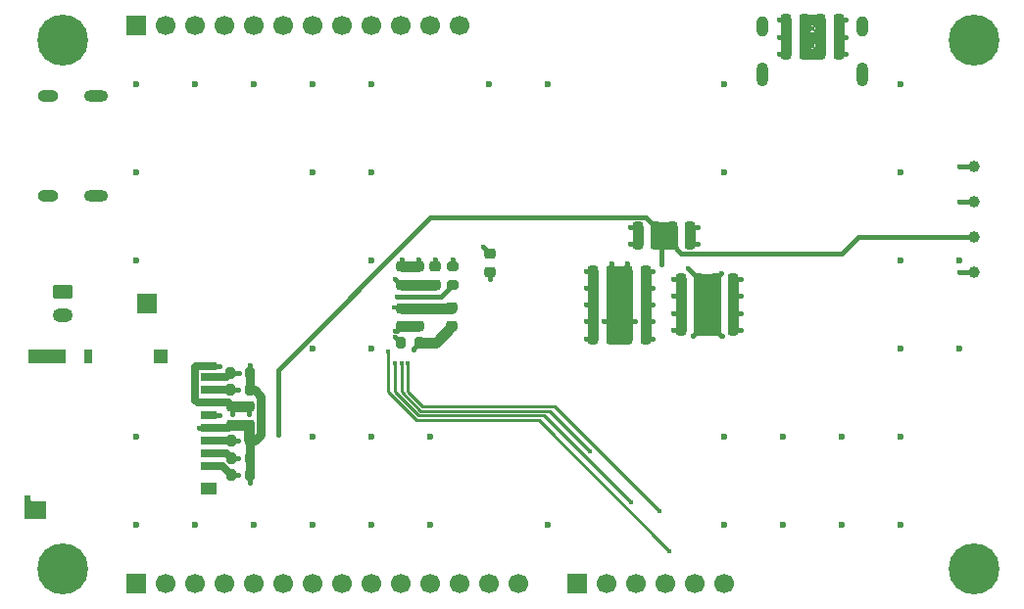
<source format=gbr>
%TF.GenerationSoftware,KiCad,Pcbnew,9.0.3*%
%TF.CreationDate,2025-11-22T17:05:10-05:00*%
%TF.ProjectId,SeedSBC_rev2_0,53656564-5342-4435-9f72-6576325f302e,rev?*%
%TF.SameCoordinates,Original*%
%TF.FileFunction,Copper,L8,Bot*%
%TF.FilePolarity,Positive*%
%FSLAX46Y46*%
G04 Gerber Fmt 4.6, Leading zero omitted, Abs format (unit mm)*
G04 Created by KiCad (PCBNEW 9.0.3) date 2025-11-22 17:05:10*
%MOMM*%
%LPD*%
G01*
G04 APERTURE LIST*
G04 Aperture macros list*
%AMRoundRect*
0 Rectangle with rounded corners*
0 $1 Rounding radius*
0 $2 $3 $4 $5 $6 $7 $8 $9 X,Y pos of 4 corners*
0 Add a 4 corners polygon primitive as box body*
4,1,4,$2,$3,$4,$5,$6,$7,$8,$9,$2,$3,0*
0 Add four circle primitives for the rounded corners*
1,1,$1+$1,$2,$3*
1,1,$1+$1,$4,$5*
1,1,$1+$1,$6,$7*
1,1,$1+$1,$8,$9*
0 Add four rect primitives between the rounded corners*
20,1,$1+$1,$2,$3,$4,$5,0*
20,1,$1+$1,$4,$5,$6,$7,0*
20,1,$1+$1,$6,$7,$8,$9,0*
20,1,$1+$1,$8,$9,$2,$3,0*%
%AMRotRect*
0 Rectangle, with rotation*
0 The origin of the aperture is its center*
0 $1 length*
0 $2 width*
0 $3 Rotation angle, in degrees counterclockwise*
0 Add horizontal line*
21,1,$1,$2,0,0,$3*%
G04 Aperture macros list end*
%TA.AperFunction,ComponentPad*%
%ADD10C,0.700000*%
%TD*%
%TA.AperFunction,ComponentPad*%
%ADD11C,4.400000*%
%TD*%
%TA.AperFunction,HeatsinkPad*%
%ADD12O,2.100000X1.000000*%
%TD*%
%TA.AperFunction,HeatsinkPad*%
%ADD13O,1.800000X1.000000*%
%TD*%
%TA.AperFunction,HeatsinkPad*%
%ADD14O,1.000000X2.100000*%
%TD*%
%TA.AperFunction,HeatsinkPad*%
%ADD15O,1.000000X1.800000*%
%TD*%
%TA.AperFunction,ComponentPad*%
%ADD16R,1.700000X1.700000*%
%TD*%
%TA.AperFunction,ComponentPad*%
%ADD17C,1.700000*%
%TD*%
%TA.AperFunction,ComponentPad*%
%ADD18RoundRect,0.250000X-0.625000X0.350000X-0.625000X-0.350000X0.625000X-0.350000X0.625000X0.350000X0*%
%TD*%
%TA.AperFunction,ComponentPad*%
%ADD19O,1.750000X1.200000*%
%TD*%
%TA.AperFunction,HeatsinkPad*%
%ADD20C,0.500000*%
%TD*%
%TA.AperFunction,HeatsinkPad*%
%ADD21R,1.680000X1.680000*%
%TD*%
%TA.AperFunction,SMDPad,CuDef*%
%ADD22RoundRect,0.225000X0.225000X0.250000X-0.225000X0.250000X-0.225000X-0.250000X0.225000X-0.250000X0*%
%TD*%
%TA.AperFunction,SMDPad,CuDef*%
%ADD23RoundRect,0.225000X-0.225000X-0.250000X0.225000X-0.250000X0.225000X0.250000X-0.225000X0.250000X0*%
%TD*%
%TA.AperFunction,SMDPad,CuDef*%
%ADD24C,1.000000*%
%TD*%
%TA.AperFunction,SMDPad,CuDef*%
%ADD25RoundRect,0.200000X0.200000X0.275000X-0.200000X0.275000X-0.200000X-0.275000X0.200000X-0.275000X0*%
%TD*%
%TA.AperFunction,SMDPad,CuDef*%
%ADD26RoundRect,0.225000X-0.250000X0.225000X-0.250000X-0.225000X0.250000X-0.225000X0.250000X0.225000X0*%
%TD*%
%TA.AperFunction,SMDPad,CuDef*%
%ADD27RoundRect,0.218750X0.256250X-0.218750X0.256250X0.218750X-0.256250X0.218750X-0.256250X-0.218750X0*%
%TD*%
%TA.AperFunction,SMDPad,CuDef*%
%ADD28RoundRect,0.225000X0.250000X-0.225000X0.250000X0.225000X-0.250000X0.225000X-0.250000X-0.225000X0*%
%TD*%
%TA.AperFunction,SMDPad,CuDef*%
%ADD29R,1.400000X0.700000*%
%TD*%
%TA.AperFunction,SMDPad,CuDef*%
%ADD30R,1.200000X0.700000*%
%TD*%
%TA.AperFunction,SMDPad,CuDef*%
%ADD31R,0.800000X1.200000*%
%TD*%
%TA.AperFunction,SMDPad,CuDef*%
%ADD32R,1.900000X1.500000*%
%TD*%
%TA.AperFunction,SMDPad,CuDef*%
%ADD33RotRect,0.200000X0.200000X45.000000*%
%TD*%
%TA.AperFunction,SMDPad,CuDef*%
%ADD34R,0.500000X0.500000*%
%TD*%
%TA.AperFunction,SMDPad,CuDef*%
%ADD35R,1.400000X1.000000*%
%TD*%
%TA.AperFunction,SMDPad,CuDef*%
%ADD36R,3.200000X1.200000*%
%TD*%
%TA.AperFunction,SMDPad,CuDef*%
%ADD37R,1.200000X1.200000*%
%TD*%
%TA.AperFunction,SMDPad,CuDef*%
%ADD38RoundRect,0.200000X-0.275000X0.200000X-0.275000X-0.200000X0.275000X-0.200000X0.275000X0.200000X0*%
%TD*%
%TA.AperFunction,SMDPad,CuDef*%
%ADD39RoundRect,0.218750X-0.256250X0.218750X-0.256250X-0.218750X0.256250X-0.218750X0.256250X0.218750X0*%
%TD*%
%TA.AperFunction,ViaPad*%
%ADD40C,0.400000*%
%TD*%
%TA.AperFunction,ViaPad*%
%ADD41C,0.600000*%
%TD*%
%TA.AperFunction,Conductor*%
%ADD42C,0.889000*%
%TD*%
%TA.AperFunction,Conductor*%
%ADD43C,0.381000*%
%TD*%
%TA.AperFunction,Conductor*%
%ADD44C,0.762000*%
%TD*%
%TA.AperFunction,Conductor*%
%ADD45C,0.635000*%
%TD*%
%TA.AperFunction,Conductor*%
%ADD46C,0.200000*%
%TD*%
%TA.AperFunction,Conductor*%
%ADD47C,0.254000*%
%TD*%
G04 APERTURE END LIST*
D10*
%TO.P,H1,1,1*%
%TO.N,GND*%
X103760000Y-77470000D03*
X104243274Y-76303274D03*
X104243274Y-78636726D03*
X105410000Y-75820000D03*
D11*
X105410000Y-77470000D03*
D10*
X105410000Y-79120000D03*
X106576726Y-76303274D03*
X106576726Y-78636726D03*
X107060000Y-77470000D03*
%TD*%
D12*
%TO.P,J6,S1,SHIELD*%
%TO.N,Net-(J6-SHIELD)*%
X108320000Y-82296000D03*
D13*
X104140000Y-82296000D03*
D12*
X108320000Y-90936000D03*
D13*
X104140000Y-90936000D03*
%TD*%
D10*
%TO.P,H2,1,1*%
%TO.N,GND*%
X182500000Y-77470000D03*
X182983274Y-76303274D03*
X182983274Y-78636726D03*
X184150000Y-75820000D03*
D11*
X184150000Y-77470000D03*
D10*
X184150000Y-79120000D03*
X185316726Y-76303274D03*
X185316726Y-78636726D03*
X185800000Y-77470000D03*
%TD*%
D14*
%TO.P,J7,S1,SHIELD*%
%TO.N,GND*%
X174500000Y-80445000D03*
D15*
X174500000Y-76265000D03*
D14*
X165860000Y-80445000D03*
D15*
X165860000Y-76265000D03*
%TD*%
D10*
%TO.P,H3,1,1*%
%TO.N,GND*%
X182500000Y-123190000D03*
X182983274Y-122023274D03*
X182983274Y-124356726D03*
X184150000Y-121540000D03*
D11*
X184150000Y-123190000D03*
D10*
X184150000Y-124840000D03*
X185316726Y-122023274D03*
X185316726Y-124356726D03*
X185800000Y-123190000D03*
%TD*%
D16*
%TO.P,J1,1,Pin_1*%
%TO.N,USB_VBUS*%
X111760000Y-76200000D03*
D17*
%TO.P,J1,2,Pin_2*%
%TO.N,EN*%
X114300000Y-76200000D03*
%TO.P,J1,3,Pin_3*%
%TO.N,USB_VBUS2*%
X116840000Y-76200000D03*
%TO.P,J1,4,Pin_4*%
%TO.N,/FPGA + SRAM/IO_T8*%
X119380000Y-76200000D03*
%TO.P,J1,5,Pin_5*%
%TO.N,/FPGA + SRAM/IO_T7*%
X121920000Y-76200000D03*
%TO.P,J1,6,Pin_6*%
%TO.N,/FPGA + SRAM/IO_T6*%
X124460000Y-76200000D03*
%TO.P,J1,7,Pin_7*%
%TO.N,/FPGA + SRAM/IO_T5*%
X127000000Y-76200000D03*
%TO.P,J1,8,Pin_8*%
%TO.N,/FPGA + SRAM/IO_T4*%
X129540000Y-76200000D03*
%TO.P,J1,9,Pin_9*%
%TO.N,/FPGA + SRAM/IO_T3*%
X132080000Y-76200000D03*
%TO.P,J1,10,Pin_10*%
%TO.N,/FPGA + SRAM/IO_T2*%
X134620000Y-76200000D03*
%TO.P,J1,11,Pin_11*%
%TO.N,/FPGA + SRAM/IO_T1*%
X137160000Y-76200000D03*
%TO.P,J1,12,Pin_12*%
%TO.N,GND*%
X139700000Y-76200000D03*
%TD*%
D10*
%TO.P,H4,1,1*%
%TO.N,GND*%
X103760000Y-123190000D03*
X104243274Y-122023274D03*
X104243274Y-124356726D03*
X105410000Y-121540000D03*
D11*
X105410000Y-123190000D03*
D10*
X105410000Y-124840000D03*
X106576726Y-122023274D03*
X106576726Y-124356726D03*
X107060000Y-123190000D03*
%TD*%
D16*
%TO.P,J4,1,Pin_1*%
%TO.N,/FPGA + SRAM/FPGA/SPI_CNFG_CS*%
X149860000Y-124460000D03*
D17*
%TO.P,J4,2,Pin_2*%
%TO.N,/FPGA + SRAM/FPGA/SPI_CNFG_DO*%
X152400000Y-124460000D03*
%TO.P,J4,3,Pin_3*%
%TO.N,/FPGA + SRAM/FPGA/SPI_CNFG_DI*%
X154940000Y-124460000D03*
%TO.P,J4,4,Pin_4*%
%TO.N,/FPGA + SRAM/FPGA/SPI_CNFG_SCK*%
X157480000Y-124460000D03*
%TO.P,J4,5,Pin_5*%
%TO.N,P3V3*%
X160020000Y-124460000D03*
%TO.P,J4,6,Pin_6*%
%TO.N,GND*%
X162560000Y-124460000D03*
%TD*%
D18*
%TO.P,J3,1,Pin_1*%
%TO.N,V_BAT*%
X105390000Y-99250000D03*
D19*
%TO.P,J3,2,Pin_2*%
%TO.N,GND*%
X105390000Y-101250000D03*
%TD*%
D20*
%TO.P,U9,17,VSS*%
%TO.N,GND*%
X112080000Y-99670000D03*
X112080000Y-100850000D03*
D21*
X112670000Y-100260000D03*
D20*
X113260000Y-99670000D03*
X113260000Y-100850000D03*
%TD*%
D16*
%TO.P,J8,1,Pin_1*%
%TO.N,V_BAT*%
X111760000Y-124460000D03*
D17*
%TO.P,J8,2,Pin_2*%
%TO.N,P3V3*%
X114300000Y-124460000D03*
%TO.P,J8,3,Pin_3*%
%TO.N,GND*%
X116840000Y-124460000D03*
%TO.P,J8,4,Pin_4*%
%TO.N,/FPGA + SRAM/IO_B10*%
X119380000Y-124460000D03*
%TO.P,J8,5,Pin_5*%
%TO.N,/FPGA + SRAM/IO_B9*%
X121920000Y-124460000D03*
%TO.P,J8,6,Pin_6*%
%TO.N,/FPGA + SRAM/IO_B8*%
X124460000Y-124460000D03*
%TO.P,J8,7,Pin_7*%
%TO.N,/FPGA + SRAM/IO_B7*%
X127000000Y-124460000D03*
%TO.P,J8,8,Pin_8*%
%TO.N,/FPGA + SRAM/IO_B6*%
X129540000Y-124460000D03*
%TO.P,J8,9,Pin_9*%
%TO.N,/FPGA + SRAM/IO_B5*%
X132080000Y-124460000D03*
%TO.P,J8,10,Pin_10*%
%TO.N,/FPGA + SRAM/IO_B4*%
X134620000Y-124460000D03*
%TO.P,J8,11,Pin_11*%
%TO.N,/FPGA + SRAM/IO_B3*%
X137160000Y-124460000D03*
%TO.P,J8,12,Pin_12*%
%TO.N,/FPGA + SRAM/IO_B2*%
X139700000Y-124460000D03*
%TO.P,J8,13,Pin_13*%
%TO.N,/FPGA + SRAM/IO_B1*%
X142240000Y-124460000D03*
%TO.P,J8,14,Pin_14*%
%TO.N,GND*%
X144780000Y-124460000D03*
%TD*%
D22*
%TO.P,C27,1*%
%TO.N,P2V5*%
X156625000Y-93620000D03*
%TO.P,C27,2*%
%TO.N,GND*%
X155075000Y-93620000D03*
%TD*%
D23*
%TO.P,C18,1*%
%TO.N,P1V2*%
X154195000Y-103250000D03*
%TO.P,C18,2*%
%TO.N,GND*%
X155745000Y-103250000D03*
%TD*%
%TO.P,C52,1*%
%TO.N,P3V3*%
X161775000Y-102505000D03*
%TO.P,C52,2*%
%TO.N,GND*%
X163325000Y-102505000D03*
%TD*%
D22*
%TO.P,C49,1*%
%TO.N,P3V3*%
X160365000Y-98115000D03*
%TO.P,C49,2*%
%TO.N,GND*%
X158815000Y-98115000D03*
%TD*%
D24*
%TO.P,TP2V5,1,1*%
%TO.N,P2V5*%
X184150000Y-94490000D03*
%TD*%
D22*
%TO.P,C50,1*%
%TO.N,P3V3*%
X160365000Y-99575000D03*
%TO.P,C50,2*%
%TO.N,GND*%
X158815000Y-99575000D03*
%TD*%
D25*
%TO.P,R20,1*%
%TO.N,P3V3*%
X136220000Y-103600000D03*
%TO.P,R20,2*%
%TO.N,Net-(U8-~{RESET})*%
X134570000Y-103600000D03*
%TD*%
D22*
%TO.P,C32,1*%
%TO.N,USB_VBUS2*%
X172425000Y-78650000D03*
%TO.P,C32,2*%
%TO.N,GND*%
X170875000Y-78650000D03*
%TD*%
%TO.P,C21,1*%
%TO.N,P1V2*%
X152785000Y-101790000D03*
%TO.P,C21,2*%
%TO.N,GND*%
X151235000Y-101790000D03*
%TD*%
D23*
%TO.P,C31,1*%
%TO.N,USB_VBUS2*%
X167915000Y-78650000D03*
%TO.P,C31,2*%
%TO.N,GND*%
X169465000Y-78650000D03*
%TD*%
D22*
%TO.P,C51,1*%
%TO.N,P3V3*%
X160365000Y-101035000D03*
%TO.P,C51,2*%
%TO.N,GND*%
X158815000Y-101035000D03*
%TD*%
D26*
%TO.P,C59,1*%
%TO.N,Net-(U8-VPLL)*%
X136130000Y-100620000D03*
%TO.P,C59,2*%
%TO.N,GND*%
X136130000Y-102170000D03*
%TD*%
D27*
%TO.P,L8,1,1*%
%TO.N,P3V3*%
X139050000Y-102170000D03*
%TO.P,L8,2,2*%
%TO.N,Net-(U8-VPLL)*%
X139050000Y-100595000D03*
%TD*%
D22*
%TO.P,C20,1*%
%TO.N,P1V2*%
X152785000Y-100330000D03*
%TO.P,C20,2*%
%TO.N,GND*%
X151235000Y-100330000D03*
%TD*%
%TO.P,C28,1*%
%TO.N,P2V5*%
X156625000Y-95080000D03*
%TO.P,C28,2*%
%TO.N,GND*%
X155075000Y-95080000D03*
%TD*%
D25*
%TO.P,R3,1*%
%TO.N,P3V3*%
X121580000Y-115040000D03*
%TO.P,R3,2*%
%TO.N,/FPGA + SRAM/SD_DAT2*%
X119930000Y-115040000D03*
%TD*%
D23*
%TO.P,C26,1*%
%TO.N,P1V2*%
X154195000Y-98870000D03*
%TO.P,C26,2*%
%TO.N,GND*%
X155745000Y-98870000D03*
%TD*%
%TO.P,C24,1*%
%TO.N,P1V2*%
X154195000Y-101790000D03*
%TO.P,C24,2*%
%TO.N,GND*%
X155745000Y-101790000D03*
%TD*%
D24*
%TO.P,TP1V2,1,1*%
%TO.N,P1V2*%
X184150000Y-97540000D03*
%TD*%
%TO.P,TP5V0,1,1*%
%TO.N,USB_VBUS2*%
X184150000Y-88390000D03*
%TD*%
D28*
%TO.P,C57,1*%
%TO.N,Net-(U8-VPHY)*%
X134670000Y-98600000D03*
%TO.P,C57,2*%
%TO.N,GND*%
X134670000Y-97050000D03*
%TD*%
D22*
%TO.P,C11,1*%
%TO.N,P3V3*%
X160365000Y-102495000D03*
%TO.P,C11,2*%
%TO.N,GND*%
X158815000Y-102495000D03*
%TD*%
D29*
%TO.P,J2,1,DAT2*%
%TO.N,/FPGA + SRAM/SD_DAT2*%
X118040000Y-114310000D03*
%TO.P,J2,2,DAT3/CD*%
%TO.N,/FPGA + SRAM/SD_DAT3*%
X118040000Y-113210000D03*
%TO.P,J2,3,CMD*%
%TO.N,/SD MMC/SD_CMD*%
X118040000Y-112110000D03*
%TO.P,J2,4,VDD*%
%TO.N,P3V3*%
X118040000Y-111010000D03*
%TO.P,J2,5,CLK*%
%TO.N,/FPGA + SRAM/SD_CLK*%
X118040000Y-109910000D03*
%TO.P,J2,6,VSS*%
%TO.N,GND*%
X118040000Y-108810000D03*
%TO.P,J2,7,DAT0*%
%TO.N,/FPGA + SRAM/SD_DAT0*%
X118040000Y-107710000D03*
%TO.P,J2,8,DAT1*%
%TO.N,/FPGA + SRAM/SD_DAT1*%
X118040000Y-106610000D03*
D30*
%TO.P,J2,9,SHIELD*%
%TO.N,GND*%
X118140000Y-105660000D03*
D31*
%TO.P,J2,10*%
%TO.N,N/C*%
X107640000Y-104810000D03*
D32*
%TO.P,J2,11*%
X103040000Y-118110000D03*
D33*
X102590000Y-117360000D03*
D34*
X102340000Y-117110000D03*
D35*
X118040000Y-116210000D03*
D36*
X104040000Y-104810000D03*
D37*
X113840000Y-104810000D03*
%TD*%
D25*
%TO.P,R47,1*%
%TO.N,P3V3*%
X121580000Y-112120000D03*
%TO.P,R47,2*%
%TO.N,/SD MMC/SD_CMD*%
X119930000Y-112120000D03*
%TD*%
D28*
%TO.P,C1,1*%
%TO.N,P3V3*%
X120020000Y-110690000D03*
%TO.P,C1,2*%
%TO.N,GND*%
X120020000Y-109140000D03*
%TD*%
D22*
%TO.P,C19,1*%
%TO.N,P1V2*%
X152785000Y-98870000D03*
%TO.P,C19,2*%
%TO.N,GND*%
X151235000Y-98870000D03*
%TD*%
%TO.P,C22,1*%
%TO.N,P1V2*%
X152785000Y-103250000D03*
%TO.P,C22,2*%
%TO.N,GND*%
X151235000Y-103250000D03*
%TD*%
D23*
%TO.P,C25,1*%
%TO.N,P1V2*%
X154195000Y-100330000D03*
%TO.P,C25,2*%
%TO.N,GND*%
X155745000Y-100330000D03*
%TD*%
D22*
%TO.P,C62,1*%
%TO.N,USB_VBUS2*%
X172425000Y-75710000D03*
%TO.P,C62,2*%
%TO.N,GND*%
X170875000Y-75710000D03*
%TD*%
D26*
%TO.P,C44,1*%
%TO.N,/USB/1.8V*%
X142330000Y-95930000D03*
%TO.P,C44,2*%
%TO.N,GND*%
X142330000Y-97480000D03*
%TD*%
D22*
%TO.P,C17,1*%
%TO.N,P1V2*%
X152785000Y-97410000D03*
%TO.P,C17,2*%
%TO.N,GND*%
X151235000Y-97410000D03*
%TD*%
D38*
%TO.P,R19,1*%
%TO.N,GND*%
X139070000Y-97000000D03*
%TO.P,R19,2*%
%TO.N,Net-(U8-REF)*%
X139070000Y-98650000D03*
%TD*%
D25*
%TO.P,R45,1*%
%TO.N,P3V3*%
X121560000Y-106240000D03*
%TO.P,R45,2*%
%TO.N,/FPGA + SRAM/SD_DAT1*%
X119910000Y-106240000D03*
%TD*%
D23*
%TO.P,C29,1*%
%TO.N,P2V5*%
X158035000Y-95080000D03*
%TO.P,C29,2*%
%TO.N,GND*%
X159585000Y-95080000D03*
%TD*%
%TO.P,C63,1*%
%TO.N,USB_VBUS2*%
X167915000Y-75710000D03*
%TO.P,C63,2*%
%TO.N,GND*%
X169465000Y-75710000D03*
%TD*%
D25*
%TO.P,R46,1*%
%TO.N,P3V3*%
X121560000Y-107700000D03*
%TO.P,R46,2*%
%TO.N,/FPGA + SRAM/SD_DAT0*%
X119910000Y-107700000D03*
%TD*%
D24*
%TO.P,TP3V3,1,1*%
%TO.N,P3V3*%
X184150000Y-91440000D03*
%TD*%
D23*
%TO.P,C30,1*%
%TO.N,P2V5*%
X158035000Y-93620000D03*
%TO.P,C30,2*%
%TO.N,GND*%
X159585000Y-93620000D03*
%TD*%
D26*
%TO.P,C58,1*%
%TO.N,Net-(U8-VPLL)*%
X134670000Y-100620000D03*
%TO.P,C58,2*%
%TO.N,GND*%
X134670000Y-102170000D03*
%TD*%
D28*
%TO.P,C2,1*%
%TO.N,P3V3*%
X121490000Y-110690000D03*
%TO.P,C2,2*%
%TO.N,GND*%
X121490000Y-109140000D03*
%TD*%
D23*
%TO.P,C53,1*%
%TO.N,P3V3*%
X161775000Y-101035000D03*
%TO.P,C53,2*%
%TO.N,GND*%
X163325000Y-101035000D03*
%TD*%
D39*
%TO.P,L7,1,1*%
%TO.N,P3V3*%
X137610000Y-97032500D03*
%TO.P,L7,2,2*%
%TO.N,Net-(U8-VPHY)*%
X137610000Y-98607500D03*
%TD*%
D23*
%TO.P,C12,1*%
%TO.N,P3V3*%
X161775000Y-98115000D03*
%TO.P,C12,2*%
%TO.N,GND*%
X163325000Y-98115000D03*
%TD*%
D25*
%TO.P,R2,1*%
%TO.N,P3V3*%
X121580000Y-113580000D03*
%TO.P,R2,2*%
%TO.N,/FPGA + SRAM/SD_DAT3*%
X119930000Y-113580000D03*
%TD*%
D28*
%TO.P,C46,1*%
%TO.N,Net-(U8-VPHY)*%
X136140000Y-98600000D03*
%TO.P,C46,2*%
%TO.N,GND*%
X136140000Y-97050000D03*
%TD*%
D23*
%TO.P,C54,1*%
%TO.N,P3V3*%
X161775000Y-99575000D03*
%TO.P,C54,2*%
%TO.N,GND*%
X163325000Y-99575000D03*
%TD*%
%TO.P,C48,1*%
%TO.N,USB_VBUS2*%
X167915000Y-77180000D03*
%TO.P,C48,2*%
%TO.N,GND*%
X169465000Y-77180000D03*
%TD*%
%TO.P,C23,1*%
%TO.N,P1V2*%
X154195000Y-97410000D03*
%TO.P,C23,2*%
%TO.N,GND*%
X155745000Y-97410000D03*
%TD*%
D22*
%TO.P,C47,1*%
%TO.N,USB_VBUS2*%
X172425000Y-77180000D03*
%TO.P,C47,2*%
%TO.N,GND*%
X170875000Y-77180000D03*
%TD*%
D40*
%TO.N,P3V3*%
X135730000Y-104170000D03*
X121580000Y-115720000D03*
X121560000Y-105560000D03*
X162310000Y-97570000D03*
X137610000Y-96390000D03*
X162355521Y-103054479D03*
X182910000Y-91440000D03*
X159829479Y-103030521D03*
X159425000Y-97175000D03*
X117130000Y-111010000D03*
D41*
%TO.N,GND*%
X132080000Y-96520000D03*
X111760000Y-96520000D03*
X137160000Y-119380000D03*
D40*
X134084395Y-102580000D03*
D41*
X147320000Y-119380000D03*
X116840000Y-119380000D03*
X182880000Y-96520000D03*
X162535248Y-88854186D03*
X127000000Y-111760000D03*
X127000000Y-88900000D03*
X132080000Y-104140000D03*
X132080000Y-119380000D03*
X162560000Y-119380000D03*
X111760000Y-88900000D03*
X116840000Y-81280000D03*
X172720000Y-111760000D03*
X137160000Y-111760000D03*
X177800000Y-104140000D03*
X167640000Y-119380000D03*
X127000000Y-81280000D03*
X121920000Y-81280000D03*
X162560000Y-81280000D03*
X121920000Y-119380000D03*
X162560000Y-111760000D03*
X177800000Y-111760000D03*
X172720000Y-119380000D03*
X111760000Y-81280000D03*
X111760000Y-111760000D03*
X182880000Y-104140000D03*
X111760000Y-119380000D03*
X132080000Y-111760000D03*
X142194186Y-81295008D03*
X127000000Y-104140000D03*
X127000000Y-119380000D03*
X132080000Y-81280000D03*
X167640000Y-111760000D03*
X177800000Y-88900000D03*
X177800000Y-119380000D03*
X132080000Y-88900000D03*
X177800000Y-96520000D03*
X177800000Y-81280000D03*
X147320000Y-81280000D03*
D40*
X120020000Y-109810000D03*
X170170000Y-77920000D03*
X136140000Y-96390000D03*
X170170000Y-76440000D03*
X150580000Y-98870000D03*
X150580000Y-101790000D03*
X118950000Y-105660000D03*
X150580000Y-103250000D03*
X156400000Y-97410000D03*
X160240000Y-95080000D03*
X158160000Y-102500000D03*
X158160000Y-98120000D03*
X160240000Y-93620000D03*
X154410000Y-93620000D03*
X139070000Y-96390000D03*
X134670000Y-96390000D03*
X150580000Y-97410000D03*
X154410000Y-95080000D03*
X150580000Y-100330000D03*
X158160000Y-101040000D03*
X156400000Y-103250000D03*
X163980000Y-101040000D03*
X156400000Y-98870000D03*
X163980000Y-98120000D03*
X163980000Y-102500000D03*
X156400000Y-101790000D03*
X142330000Y-98140000D03*
X156400000Y-100330000D03*
X121490000Y-109800000D03*
X163980000Y-99580000D03*
X158160000Y-99580000D03*
%TO.N,P1V2*%
X152780000Y-96730000D03*
X182910000Y-97540000D03*
X154200000Y-96730000D03*
X154850000Y-101790000D03*
X152130000Y-101790000D03*
%TO.N,P2V5*%
X124018497Y-111545078D03*
X157100000Y-96800000D03*
%TO.N,USB_VBUS2*%
X167260000Y-78650000D03*
X167260000Y-75710000D03*
X173080000Y-75710000D03*
X167260000Y-77180000D03*
X173080000Y-78650000D03*
X182910000Y-88390000D03*
X173080000Y-77180000D03*
%TO.N,/USB/1.8V*%
X141720000Y-95280000D03*
%TO.N,Net-(U8-VPHY)*%
X134110000Y-98080000D03*
%TO.N,Net-(U8-VPLL)*%
X134050000Y-100590000D03*
%TO.N,/FPGA + SRAM/SD_CLK*%
X118960000Y-109910000D03*
%TO.N,/FPGA + SRAM/SD_DAT0*%
X120530000Y-107700000D03*
%TO.N,/FPGA + SRAM/SD_DAT3*%
X120540000Y-113580000D03*
%TO.N,/SD MMC/SD_CMD*%
X120540000Y-112120000D03*
%TO.N,/FPGA + SRAM/SD_DAT2*%
X120540000Y-115040000D03*
%TO.N,/FPGA + SRAM/SD_DAT1*%
X120670000Y-106240000D03*
%TO.N,/FPGA + SRAM/FPGA/SPI_CNFG_DO*%
X150970000Y-113020000D03*
X134670133Y-105392219D03*
%TO.N,/FPGA + SRAM/FPGA/SPI_CNFG_DI*%
X134120137Y-105389567D03*
X154490000Y-117390000D03*
%TO.N,/FPGA + SRAM/FPGA/SPI_CNFG_SCK*%
X157840000Y-121610000D03*
X133520000Y-104410000D03*
%TO.N,/FPGA + SRAM/SPI_CNFG_CS_B*%
X156950000Y-118150000D03*
X135220135Y-105391775D03*
%TO.N,Net-(U8-REF)*%
X134300000Y-99610000D03*
%TO.N,Net-(U8-~{RESET})*%
X134070000Y-103130000D03*
%TD*%
D42*
%TO.N,P3V3*%
X161775000Y-101035000D02*
X161775000Y-102505000D01*
X161765000Y-102495000D02*
X161775000Y-102505000D01*
D43*
X162310000Y-97580000D02*
X161775000Y-98115000D01*
D42*
X137590000Y-103600000D02*
X137620000Y-103600000D01*
X160365000Y-101095000D02*
X161775000Y-102505000D01*
X160365000Y-98115000D02*
X160365000Y-99575000D01*
D43*
X121560000Y-105560000D02*
X121560000Y-106240000D01*
X182910000Y-91440000D02*
X184150000Y-91440000D01*
X159425000Y-97175000D02*
X160365000Y-98115000D01*
D42*
X160365000Y-98165000D02*
X161775000Y-99575000D01*
X137620000Y-103600000D02*
X139050000Y-102170000D01*
D44*
X122497000Y-108237000D02*
X122497000Y-111603000D01*
D43*
X162355521Y-103054479D02*
X162324479Y-103054479D01*
D42*
X160365000Y-102495000D02*
X161765000Y-102495000D01*
D44*
X121560000Y-106240000D02*
X121560000Y-107700000D01*
D43*
X137610000Y-96390000D02*
X137610000Y-97032500D01*
D45*
X118060000Y-111010000D02*
X119700000Y-111010000D01*
D43*
X121580000Y-115720000D02*
X121580000Y-115040000D01*
D42*
X160365000Y-99625000D02*
X160365000Y-99575000D01*
D44*
X121980000Y-112120000D02*
X121580000Y-112120000D01*
D42*
X160365000Y-101035000D02*
X160365000Y-101095000D01*
D44*
X121580000Y-112120000D02*
X121580000Y-113580000D01*
D42*
X121490000Y-110690000D02*
X121490000Y-112030000D01*
D45*
X119700000Y-111010000D02*
X120020000Y-110690000D01*
D42*
X121490000Y-112030000D02*
X121580000Y-112120000D01*
X136220000Y-103600000D02*
X137590000Y-103600000D01*
X161775000Y-99575000D02*
X161775000Y-101035000D01*
X160365000Y-101035000D02*
X160365000Y-102495000D01*
D44*
X122497000Y-111603000D02*
X121980000Y-112120000D01*
D42*
X161775000Y-101035000D02*
X160365000Y-99625000D01*
X160365000Y-101035000D02*
X161775000Y-101035000D01*
X160365000Y-98115000D02*
X160365000Y-98165000D01*
D43*
X159829479Y-103030521D02*
X160365000Y-102495000D01*
D44*
X121580000Y-113580000D02*
X121580000Y-115040000D01*
D43*
X162324479Y-103054479D02*
X161775000Y-102505000D01*
X162310000Y-97570000D02*
X162310000Y-97580000D01*
D46*
X135990000Y-103830000D02*
X136220000Y-103600000D01*
D42*
X160365000Y-99575000D02*
X160365000Y-101035000D01*
X160365000Y-98115000D02*
X161775000Y-98115000D01*
D43*
X135730000Y-104170000D02*
X135730000Y-104090000D01*
D44*
X121960000Y-107700000D02*
X122497000Y-108237000D01*
D42*
X161775000Y-98115000D02*
X161775000Y-99575000D01*
D43*
X135730000Y-104090000D02*
X136220000Y-103600000D01*
D42*
X120020000Y-110690000D02*
X121490000Y-110690000D01*
D44*
X121560000Y-107700000D02*
X121960000Y-107700000D01*
D43*
X117130000Y-111010000D02*
X118040000Y-111010000D01*
D42*
X160365000Y-99575000D02*
X161775000Y-99575000D01*
D43*
%TO.N,GND*%
X156400000Y-100330000D02*
X155745000Y-100330000D01*
D42*
X163325000Y-101035000D02*
X163325000Y-102505000D01*
D46*
X170170000Y-77920000D02*
X170170000Y-77945000D01*
X170170000Y-76440000D02*
X170170000Y-76475000D01*
D42*
X159585000Y-93620000D02*
X159585000Y-95080000D01*
D46*
X170170000Y-77885000D02*
X170875000Y-77180000D01*
D42*
X151235000Y-100330000D02*
X151235000Y-101790000D01*
D43*
X158810000Y-99580000D02*
X158815000Y-99575000D01*
D45*
X117073000Y-108810000D02*
X116841500Y-108578500D01*
D46*
X170170000Y-76415000D02*
X169465000Y-75710000D01*
X170170000Y-76440000D02*
X170170000Y-76415000D01*
D43*
X163980000Y-101040000D02*
X163330000Y-101040000D01*
D42*
X134670000Y-102170000D02*
X136130000Y-102170000D01*
D43*
X150580000Y-103250000D02*
X151235000Y-103250000D01*
X160240000Y-95080000D02*
X159585000Y-95080000D01*
D42*
X155745000Y-101790000D02*
X155745000Y-103250000D01*
X169465000Y-77180000D02*
X170875000Y-77180000D01*
D45*
X116841500Y-105741500D02*
X116923000Y-105660000D01*
D43*
X158160000Y-101040000D02*
X158810000Y-101040000D01*
X163980000Y-102500000D02*
X163330000Y-102500000D01*
D45*
X116841500Y-108578500D02*
X116841500Y-105741500D01*
D43*
X150580000Y-101790000D02*
X151235000Y-101790000D01*
D42*
X169465000Y-75710000D02*
X170875000Y-75710000D01*
D43*
X158810000Y-102500000D02*
X158815000Y-102495000D01*
X163330000Y-102500000D02*
X163325000Y-102505000D01*
X163330000Y-98120000D02*
X163325000Y-98115000D01*
D46*
X170170000Y-76415000D02*
X170875000Y-75710000D01*
D42*
X163325000Y-99575000D02*
X163325000Y-101035000D01*
D43*
X156400000Y-98870000D02*
X155745000Y-98870000D01*
X120020000Y-109810000D02*
X120020000Y-109140000D01*
D42*
X151235000Y-98870000D02*
X151235000Y-100330000D01*
X151235000Y-97410000D02*
X151235000Y-98870000D01*
D43*
X163980000Y-98120000D02*
X163330000Y-98120000D01*
D46*
X170170000Y-77885000D02*
X169465000Y-77180000D01*
D42*
X169465000Y-78650000D02*
X169465000Y-77180000D01*
X151235000Y-101790000D02*
X151235000Y-103250000D01*
X134670000Y-97050000D02*
X134740000Y-97050000D01*
D45*
X116923000Y-105660000D02*
X118160000Y-105660000D01*
D46*
X170170000Y-77945000D02*
X169465000Y-78650000D01*
D42*
X155745000Y-97410000D02*
X155745000Y-98870000D01*
D43*
X158810000Y-98120000D02*
X158815000Y-98115000D01*
D42*
X169465000Y-77180000D02*
X169465000Y-75710000D01*
D43*
X139070000Y-96390000D02*
X139070000Y-97000000D01*
D42*
X163325000Y-98115000D02*
X163325000Y-99575000D01*
X169465000Y-78650000D02*
X170875000Y-78650000D01*
D45*
X119690000Y-108810000D02*
X120020000Y-109140000D01*
D42*
X155745000Y-101790000D02*
X155745000Y-101840000D01*
D43*
X142330000Y-98140000D02*
X142330000Y-97480000D01*
X154410000Y-93620000D02*
X155075000Y-93620000D01*
D42*
X155745000Y-100330000D02*
X155745000Y-101790000D01*
D43*
X150580000Y-97410000D02*
X151235000Y-97410000D01*
X134084395Y-102580000D02*
X134260000Y-102580000D01*
X163330000Y-101040000D02*
X163325000Y-101035000D01*
X160240000Y-93620000D02*
X159585000Y-93620000D01*
X154410000Y-95080000D02*
X155075000Y-95080000D01*
X163330000Y-99580000D02*
X163325000Y-99575000D01*
X134260000Y-102580000D02*
X134670000Y-102170000D01*
D42*
X120020000Y-109140000D02*
X121490000Y-109140000D01*
D43*
X136140000Y-96390000D02*
X136140000Y-97050000D01*
D42*
X158815000Y-99575000D02*
X158815000Y-102495000D01*
D45*
X118060000Y-108810000D02*
X119690000Y-108810000D01*
D43*
X158160000Y-102500000D02*
X158810000Y-102500000D01*
X156400000Y-97410000D02*
X155745000Y-97410000D01*
X150580000Y-98870000D02*
X151235000Y-98870000D01*
D42*
X155745000Y-98870000D02*
X155745000Y-100330000D01*
D46*
X170170000Y-76475000D02*
X169465000Y-77180000D01*
D43*
X163980000Y-99580000D02*
X163330000Y-99580000D01*
X134670000Y-96390000D02*
X134670000Y-97050000D01*
D42*
X158815000Y-98115000D02*
X158815000Y-99575000D01*
D43*
X156400000Y-101790000D02*
X155745000Y-101790000D01*
X156400000Y-103250000D02*
X155745000Y-103250000D01*
D42*
X170875000Y-75710000D02*
X170875000Y-77180000D01*
X170875000Y-77180000D02*
X170875000Y-78650000D01*
D43*
X118140000Y-105660000D02*
X118950000Y-105660000D01*
D42*
X155075000Y-93620000D02*
X155075000Y-95080000D01*
D45*
X118060000Y-108810000D02*
X117073000Y-108810000D01*
D46*
X170170000Y-77945000D02*
X170875000Y-78650000D01*
D43*
X158160000Y-98120000D02*
X158810000Y-98120000D01*
X158810000Y-101040000D02*
X158815000Y-101035000D01*
D42*
X134740000Y-97050000D02*
X136140000Y-97050000D01*
D43*
X121490000Y-109800000D02*
X121490000Y-109140000D01*
X158160000Y-99580000D02*
X158810000Y-99580000D01*
D46*
X170170000Y-76475000D02*
X170875000Y-77180000D01*
X170170000Y-77920000D02*
X170170000Y-77885000D01*
D43*
X150580000Y-100330000D02*
X151235000Y-100330000D01*
D42*
%TO.N,P1V2*%
X152785000Y-101790000D02*
X152785000Y-101840000D01*
X152785000Y-97410000D02*
X154195000Y-97410000D01*
X152785000Y-101790000D02*
X152785000Y-100330000D01*
D43*
X154200000Y-96730000D02*
X154200000Y-97405000D01*
D42*
X152785000Y-98920000D02*
X154195000Y-100330000D01*
X152785000Y-103250000D02*
X154195000Y-103250000D01*
X154195000Y-98870000D02*
X154195000Y-98880000D01*
X152785000Y-100380000D02*
X154195000Y-101790000D01*
X154195000Y-100330000D02*
X154195000Y-100380000D01*
X154195000Y-97410000D02*
X154195000Y-98870000D01*
X152785000Y-101790000D02*
X154195000Y-101790000D01*
X152785000Y-98870000D02*
X154195000Y-98870000D01*
X152785000Y-103250000D02*
X152785000Y-101790000D01*
D43*
X154850000Y-101790000D02*
X154195000Y-101790000D01*
D42*
X152785000Y-100330000D02*
X152785000Y-100380000D01*
X152785000Y-100330000D02*
X152785000Y-98870000D01*
D43*
X152785000Y-96735000D02*
X152780000Y-96730000D01*
D42*
X152785000Y-101840000D02*
X154195000Y-103250000D01*
X154195000Y-101790000D02*
X154195000Y-103250000D01*
X152785000Y-97460000D02*
X154195000Y-98870000D01*
X152785000Y-98870000D02*
X152785000Y-97410000D01*
X154195000Y-98880000D02*
X154195000Y-100330000D01*
D43*
X152130000Y-101790000D02*
X152785000Y-101790000D01*
X154200000Y-97405000D02*
X154195000Y-97410000D01*
D42*
X152785000Y-97410000D02*
X152785000Y-97460000D01*
D43*
X152785000Y-97410000D02*
X152785000Y-96735000D01*
D42*
X152785000Y-100330000D02*
X154195000Y-100330000D01*
D43*
X182910000Y-97540000D02*
X184150000Y-97540000D01*
D42*
X154195000Y-100380000D02*
X154195000Y-101790000D01*
X152785000Y-98870000D02*
X152785000Y-98920000D01*
D43*
%TO.N,P2V5*%
X137171500Y-92803500D02*
X155808500Y-92803500D01*
X124020000Y-111543575D02*
X124020000Y-105955000D01*
D42*
X157100000Y-95080000D02*
X156625000Y-95080000D01*
X156625000Y-93620000D02*
X158035000Y-93620000D01*
D43*
X155808500Y-92803500D02*
X156625000Y-93620000D01*
D42*
X158035000Y-93620000D02*
X158035000Y-95080000D01*
D43*
X158855000Y-95900000D02*
X158035000Y-95080000D01*
D42*
X158035000Y-95080000D02*
X157100000Y-95080000D01*
D43*
X172720000Y-95900000D02*
X158855000Y-95900000D01*
D42*
X156625000Y-95080000D02*
X156625000Y-93620000D01*
X156625000Y-93620000D02*
X156625000Y-93670000D01*
D43*
X124018497Y-111545078D02*
X124020000Y-111543575D01*
D42*
X156625000Y-93670000D02*
X158035000Y-95080000D01*
D43*
X174130000Y-94490000D02*
X184150000Y-94490000D01*
X172720000Y-95900000D02*
X174130000Y-94490000D01*
X157100000Y-96800000D02*
X157100000Y-95080000D01*
X124020000Y-105955000D02*
X137171500Y-92803500D01*
%TO.N,USB_VBUS2*%
X182910000Y-88390000D02*
X184150000Y-88390000D01*
X167260000Y-77180000D02*
X167915000Y-77180000D01*
D42*
X172425000Y-75710000D02*
X172425000Y-77180000D01*
X167915000Y-77180000D02*
X167915000Y-75710000D01*
D43*
X167260000Y-78650000D02*
X167915000Y-78650000D01*
X173080000Y-75710000D02*
X172425000Y-75710000D01*
D42*
X172425000Y-77180000D02*
X172425000Y-78650000D01*
D43*
X173080000Y-77180000D02*
X172425000Y-77180000D01*
X167260000Y-75710000D02*
X167915000Y-75710000D01*
D42*
X167915000Y-78650000D02*
X167915000Y-77180000D01*
D43*
X173080000Y-78650000D02*
X172425000Y-78650000D01*
%TO.N,/USB/1.8V*%
X141720000Y-95320000D02*
X142330000Y-95930000D01*
X141720000Y-95280000D02*
X141720000Y-95320000D01*
D42*
%TO.N,Net-(U8-VPHY)*%
X136140000Y-98600000D02*
X137602500Y-98600000D01*
D43*
X134670000Y-98600000D02*
X134630000Y-98600000D01*
D42*
X137602500Y-98600000D02*
X137610000Y-98607500D01*
X134670000Y-98600000D02*
X136140000Y-98600000D01*
D43*
X134630000Y-98600000D02*
X134110000Y-98080000D01*
D42*
%TO.N,Net-(U8-VPLL)*%
X134670000Y-100620000D02*
X136130000Y-100620000D01*
X136130000Y-100620000D02*
X139025000Y-100620000D01*
X139025000Y-100620000D02*
X139050000Y-100595000D01*
D43*
%TO.N,/FPGA + SRAM/SD_CLK*%
X118960000Y-109910000D02*
X118040000Y-109910000D01*
D45*
%TO.N,/FPGA + SRAM/SD_DAT0*%
X119900000Y-107710000D02*
X119910000Y-107700000D01*
D43*
X120530000Y-107700000D02*
X119910000Y-107700000D01*
D45*
X118060000Y-107710000D02*
X119900000Y-107710000D01*
%TO.N,/FPGA + SRAM/SD_DAT3*%
X118060000Y-113210000D02*
X119560000Y-113210000D01*
D43*
X120540000Y-113580000D02*
X119930000Y-113580000D01*
D45*
X119560000Y-113210000D02*
X119930000Y-113580000D01*
%TO.N,/SD MMC/SD_CMD*%
X118060000Y-112110000D02*
X119920000Y-112110000D01*
X119920000Y-112110000D02*
X119930000Y-112120000D01*
D43*
X120540000Y-112120000D02*
X119930000Y-112120000D01*
D45*
%TO.N,/FPGA + SRAM/SD_DAT2*%
X119200000Y-114310000D02*
X119930000Y-115040000D01*
D43*
X120540000Y-115040000D02*
X119930000Y-115040000D01*
D45*
X118060000Y-114310000D02*
X119200000Y-114310000D01*
%TO.N,/FPGA + SRAM/SD_DAT1*%
X118060000Y-106610000D02*
X119540000Y-106610000D01*
X119540000Y-106610000D02*
X119910000Y-106240000D01*
D43*
X120670000Y-106240000D02*
X119910000Y-106240000D01*
D47*
%TO.N,/FPGA + SRAM/FPGA/SPI_CNFG_DO*%
X134670133Y-105392219D02*
X134670133Y-107862889D01*
X136312243Y-109504999D02*
X138700000Y-109505000D01*
X138700000Y-109505000D02*
X147455000Y-109505000D01*
X147455000Y-109505000D02*
X150970000Y-113020000D01*
X134670133Y-107862889D02*
X136312243Y-109504999D01*
%TO.N,/FPGA + SRAM/FPGA/SPI_CNFG_DI*%
X154490000Y-117390000D02*
X147010000Y-109910000D01*
X134120137Y-107885649D02*
X134120137Y-105389567D01*
X136144486Y-109909998D02*
X134120137Y-107885649D01*
X146500000Y-109910000D02*
X136144486Y-109909998D01*
X147010000Y-109910000D02*
X146500000Y-109910000D01*
%TO.N,/FPGA + SRAM/FPGA/SPI_CNFG_SCK*%
X135976730Y-110314998D02*
X133520000Y-107858268D01*
X146545000Y-110315000D02*
X135976730Y-110314998D01*
X133520000Y-107858268D02*
X133520000Y-104410000D01*
X157840000Y-121610000D02*
X146545000Y-110315000D01*
%TO.N,/FPGA + SRAM/SPI_CNFG_CS_B*%
X135220135Y-105391775D02*
X135220135Y-105421489D01*
X147900000Y-109100000D02*
X156950000Y-118150000D01*
X136480000Y-109100000D02*
X147900000Y-109100000D01*
X135220135Y-105421489D02*
X135220000Y-105421624D01*
X135220000Y-107840000D02*
X136480000Y-109100000D01*
X135220000Y-105421624D02*
X135220000Y-107840000D01*
D43*
%TO.N,Net-(U8-REF)*%
X138110000Y-99610000D02*
X139070000Y-98650000D01*
X134300000Y-99610000D02*
X138110000Y-99610000D01*
%TO.N,Net-(U8-~{RESET})*%
X134570000Y-103600000D02*
X134540000Y-103600000D01*
X134540000Y-103600000D02*
X134070000Y-103130000D01*
%TD*%
M02*

</source>
